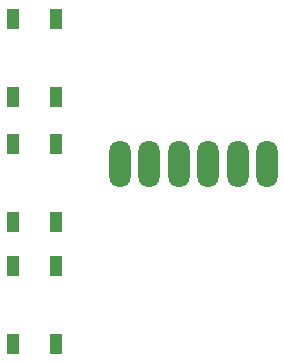
<source format=gbr>
%TF.GenerationSoftware,KiCad,Pcbnew,7.0.7*%
%TF.CreationDate,2023-08-27T21:45:09-04:00*%
%TF.ProjectId,PicoMemcard-qtpyrp2040,5069636f-4d65-46d6-9361-72642d717470,1.3.1*%
%TF.SameCoordinates,Original*%
%TF.FileFunction,Paste,Bot*%
%TF.FilePolarity,Positive*%
%FSLAX46Y46*%
G04 Gerber Fmt 4.6, Leading zero omitted, Abs format (unit mm)*
G04 Created by KiCad (PCBNEW 7.0.7) date 2023-08-27 21:45:09*
%MOMM*%
%LPD*%
G01*
G04 APERTURE LIST*
%ADD10R,1.000000X1.700000*%
%ADD11O,1.800000X4.000000*%
G04 APERTURE END LIST*
D10*
%TO.C,SW3*%
X140026000Y-112520000D03*
X140026000Y-105920000D03*
X136326000Y-112520000D03*
X136326000Y-105920000D03*
%TD*%
%TO.C,SW1*%
X140026000Y-91570000D03*
X140026000Y-84970000D03*
X136326000Y-91570000D03*
X136326000Y-84970000D03*
%TD*%
%TO.C,SW2*%
X140026000Y-102160000D03*
X140026000Y-95560000D03*
X136326000Y-102160000D03*
X136326000Y-95560000D03*
%TD*%
D11*
%TO.C,J2*%
X145372000Y-97248000D03*
X147872000Y-97248000D03*
X150372000Y-97248000D03*
X152872000Y-97248000D03*
X155372000Y-97248000D03*
X157872000Y-97248000D03*
%TD*%
M02*

</source>
